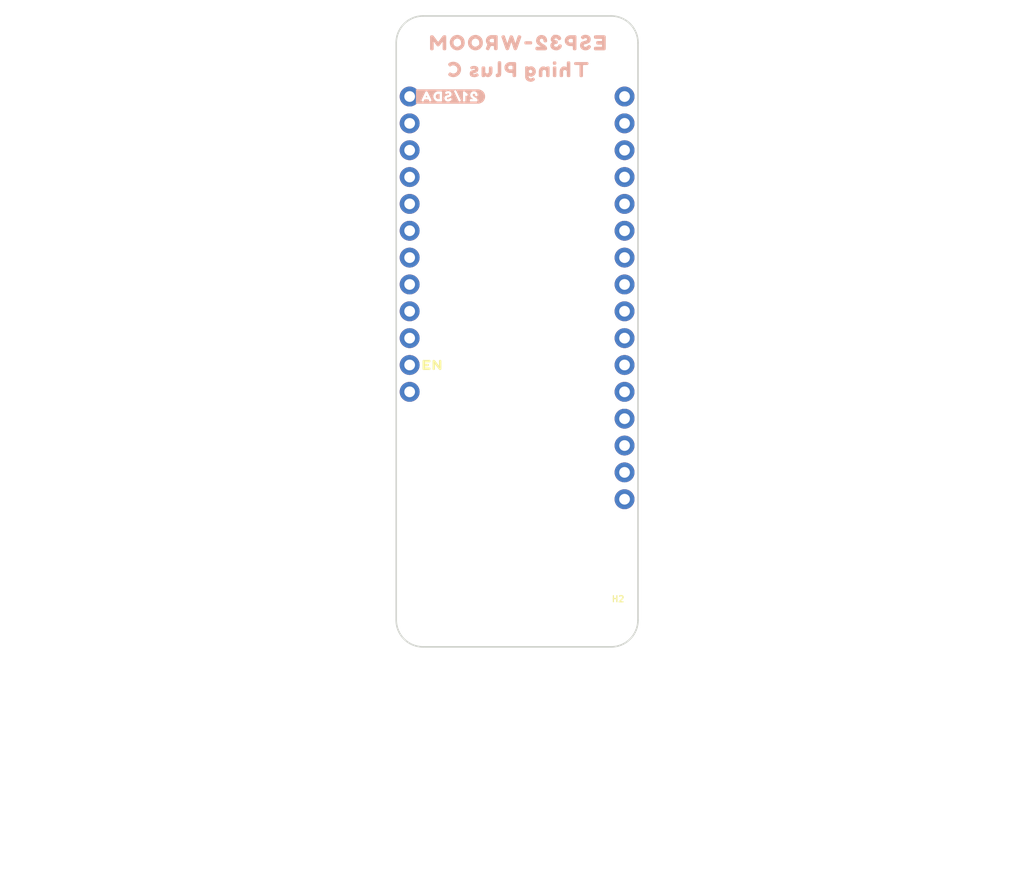
<source format=kicad_pcb>
(kicad_pcb (version 20221018) (generator pcbnew)
  (layers (0 "F.Cu" signal "Top/Horz") (31 "B.Cu" signal "Bottom/Vert") (34 "B.Paste" user) (35 "F.Paste" user) (36 "B.SilkS" user "B.Silkscreen") (37 "F.SilkS" user "F.Silkscreen") (38 "B.Mask" user) (39 "F.Mask" user) (44 "Edge.Cuts" user))
  (net 0 "")
  (net 1 "3.3V")
  (net 2 "GND")
  (net 3 "V_USB")
  (net 4 "V_BATT")
  (net 5 "/~{RESET}")
  (net 6 "/ESP_22/TP_SCL")
  (net 7 "/ESP_21/TP_SDA")
  (net 8 "/ESP_13/GPIO0/LED")
  (net 9 "/TP_EN")
  (net 10 "/ESP_19/TP_POCI")
  (net 11 "/ESP_18/TP_SCK")
  (net 12 "/ESP_23/TP_PICO")
  (net 13 "/ESP_17/TP_TX")
  (net 14 "/ESP_16/TP_RX")
  (net 15 "/ESP_4/TP_FB")
  (net 16 "/ESP_15/GPIO4")
  (net 17 "/ESP_12/GPIO1")
  (net 18 "/ESP_14/GPIO6")
  (net 19 "/ESP_27/GPIO2")
  (net 20 "/ESP_26/TP_A0")
  (net 21 "/ESP_25/TP_A1")
  (net 22 "/ESP_33/GPIO3")
  (net 23 "/ESP_32/GPIO5")
  (net 24 "/ESP_35/TP_A5")
  (net 25 "/ESP_34/TP_A2")
  (net 26 "/ESP_39/TP_A3")
  (net 27 "/ESP_36/TP_A4")
  (net 28 "Net-(J5-Pad26)")
  (footprint "SparkFun_Thing_Plus_ESP32_WROOM_C:CREATIVE_COMMONS" (layer "F.Cu") (at 119.9261 153.8986)
    (fp_text reference "FRAME1" hide)
    (fp_text value "FRAME-LEDGER" hide)
  )
  (footprint "SparkFun_Thing_Plus_ESP32_WROOM_C:STAND-OFF-TIGHT" (layer "F.Cu") (at 157.3911 132.3086)
    (fp_text reference "H2" (at 0 -1.651) (layer "F.SilkS") (effects (font (size 0.57912 0.57912) (thickness 0.115824)) (justify left bottom)))
    (fp_text value "STAND-OFFTIGHT")
    (pad "" np_thru_hole circle (at 0 0) (size 3.048 3.048) (drill 3.048) (layers "*.Cu" "*.Mask"))
  )
  (footprint "SparkFun_Thing_Plus_ESP32_WROOM_C:EN3" (layer "F.Cu") (at 140.5001 108.1786)
    (fp_text reference "U$74" hide)
    (fp_text value "" hide)
    (fp_poly (pts (xy 0.63 -0.46) (xy 0.61 -0.4) (xy 0.61 -0.33) (xy 0.61 0.07) (xy 0.46 -0.14) (xy 0.25 -0.41) (xy 0.21 -0.46) (xy 0.14 -0.48) (xy 0.07 -0.48) (xy 0.02 -0.44) (xy 0.01 -0.37) (xy 0.01 0.37) (xy 0.02 0.43) (xy 0.06 0.47) (xy 0.15 0.47) (xy 0.21 0.45) (xy 0.23 0.4) (xy 0.23 -0.01) (xy 0.24 -0.07) (xy 0.6 0.41) (xy 0.65 0.47) (xy 0.72 0.47) (xy 0.8 0.46) (xy 0.83 0.42) (xy 0.84 0.36) (xy 0.84 -0.32) (xy 0.84 -0.39) (xy 0.82 -0.45) (xy 0.77 -0.48) (xy 0.7 -0.48)) (fill solid) (layer "F.SilkS"))
    (fp_poly (pts (xy -0.71 0.24) (xy -0.71 0.18) (xy -0.7 0.12) (xy -0.5 0.12) (xy -0.42 0.11) (xy -0.37 0.09) (xy -0.34 0.04) (xy -0.34 -0.05) (xy -0.37 -0.1) (xy -0.42 -0.12) (xy -0.7 -0.12) (xy -0.71 -0.17) (xy -0.71 -0.24) (xy -0.65 -0.25) (xy -0.31 -0.25) (xy -0.24 -0.26) (xy -0.2 -0.29) (xy -0.19 -0.38) (xy -0.21 -0.45) (xy -0.26 -0.48) (xy -0.32 -0.48) (xy -0.8 -0.48) (xy -0.88 -0.48) (xy -0.92 -0.45) (xy -0.94 -0.38) (xy -0.94 0.37) (xy -0.93 0.43) (xy -0.89 0.47) (xy -0.81 0.47) (xy -0.33 0.47) (xy -0.26 0.47) (xy -0.21 0.45) (xy -0.19 0.38) (xy -0.2 0.3) (xy -0.23 0.25) (xy -0.3 0.24)) (fill solid) (layer "F.SilkS"))
  )
  (footprint "SparkFun_Thing_Plus_ESP32_WROOM_C:THING_PLUS" (layer "F.Cu") (at 137.0711 134.8486)
    (fp_text reference "J5" hide)
    (fp_text value "THING_PLUS_LOGICAL" hide)
    (pad "1" thru_hole circle (at 1.27 -52.07) (size 1.8796 1.8796) (drill 1.016) (layers "*.Cu" "*.Mask") (net 7 "/ESP_21/TP_SDA"))
    (pad "2" thru_hole circle (at 1.27 -49.53) (size 1.8796 1.8796) (drill 1.016) (layers "*.Cu" "*.Mask") (net 6 "/ESP_22/TP_SCL"))
    (pad "3" thru_hole circle (at 1.27 -46.99) (size 1.8796 1.8796) (drill 1.016) (layers "*.Cu" "*.Mask") (net 18 "/ESP_14/GPIO6"))
    (pad "4" thru_hole circle (at 1.27 -44.45) (size 1.8796 1.8796) (drill 1.016) (layers "*.Cu" "*.Mask") (net 23 "/ESP_32/GPIO5"))
    (pad "5" thru_hole circle (at 1.27 -41.91) (size 1.8796 1.8796) (drill 1.016) (layers "*.Cu" "*.Mask") (net 16 "/ESP_15/GPIO4"))
    (pad "6" thru_hole circle (at 1.27 -39.37) (size 1.8796 1.8796) (drill 1.016) (layers "*.Cu" "*.Mask") (net 22 "/ESP_33/GPIO3"))
    (pad "7" thru_hole circle (at 1.27 -36.83) (size 1.8796 1.8796) (drill 1.016) (layers "*.Cu" "*.Mask") (net 19 "/ESP_27/GPIO2"))
    (pad "8" thru_hole circle (at 1.27 -34.29) (size 1.8796 1.8796) (drill 1.016) (layers "*.Cu" "*.Mask") (net 17 "/ESP_12/GPIO1"))
    (pad "9" thru_hole circle (at 1.27 -31.75) (size 1.8796 1.8796) (drill 1.016) (layers "*.Cu" "*.Mask") (net 8 "/ESP_13/GPIO0/LED"))
    (pad "10" thru_hole circle (at 1.27 -29.21) (size 1.8796 1.8796) (drill 1.016) (layers "*.Cu" "*.Mask") (net 3 "V_USB"))
    (pad "11" thru_hole circle (at 1.27 -26.67) (size 1.8796 1.8796) (drill 1.016) (layers "*.Cu" "*.Mask") (net 9 "/TP_EN"))
    (pad "12" thru_hole circle (at 1.27 -24.13) (size 1.8796 1.8796) (drill 1.016) (layers "*.Cu" "*.Mask") (net 4 "V_BATT"))
    (pad "13" thru_hole circle (at 21.59 -52.07) (size 1.8796 1.8796) (drill 1.016) (layers "*.Cu" "*.Mask") (net 15 "/ESP_4/TP_FB"))
    (pad "14" thru_hole circle (at 21.59 -49.53) (size 1.8796 1.8796) (drill 1.016) (layers "*.Cu" "*.Mask") (net 13 "/ESP_17/TP_TX"))
    (pad "15" thru_hole circle (at 21.59 -46.99) (size 1.8796 1.8796) (drill 1.016) (layers "*.Cu" "*.Mask") (net 14 "/ESP_16/TP_RX"))
    (pad "16" thru_hole circle (at 21.59 -44.45) (size 1.8796 1.8796) (drill 1.016) (layers "*.Cu" "*.Mask") (net 10 "/ESP_19/TP_POCI"))
    (pad "17" thru_hole circle (at 21.59 -41.91) (size 1.8796 1.8796) (drill 1.016) (layers "*.Cu" "*.Mask") (net 12 "/ESP_23/TP_PICO"))
    (pad "18" thru_hole circle (at 21.59 -39.37) (size 1.8796 1.8796) (drill 1.016) (layers "*.Cu" "*.Mask") (net 11 "/ESP_18/TP_SCK"))
    (pad "19" thru_hole circle (at 21.59 -36.83) (size 1.8796 1.8796) (drill 1.016) (layers "*.Cu" "*.Mask") (net 24 "/ESP_35/TP_A5"))
    (pad "20" thru_hole circle (at 21.59 -34.29) (size 1.8796 1.8796) (drill 1.016) (layers "*.Cu" "*.Mask") (net 27 "/ESP_36/TP_A4"))
    (pad "21" thru_hole circle (at 21.59 -31.75) (size 1.8796 1.8796) (drill 1.016) (layers "*.Cu" "*.Mask") (net 26 "/ESP_39/TP_A3"))
    (pad "22" thru_hole circle (at 21.59 -29.21) (size 1.8796 1.8796) (drill 1.016) (layers "*.Cu" "*.Mask") (net 25 "/ESP_34/TP_A2"))
    (pad "23" thru_hole circle (at 21.59 -26.67) (size 1.8796 1.8796) (drill 1.016) (layers "*.Cu" "*.Mask") (net 21 "/ESP_25/TP_A1"))
    (pad "24" thru_hole circle (at 21.59 -24.13) (size 1.8796 1.8796) (drill 1.016) (layers "*.Cu" "*.Mask") (net 20 "/ESP_26/TP_A0"))
    (pad "25" thru_hole circle (at 21.59 -21.59) (size 1.8796 1.8796) (drill 1.016) (layers "*.Cu" "*.Mask") (net 2 "GND"))
    (pad "26" thru_hole circle (at 21.59 -19.05) (size 1.8796 1.8796) (drill 1.016) (layers "*.Cu" "*.Mask") (net 28 "Net-(J5-Pad26)"))
    (pad "27" thru_hole circle (at 21.59 -16.51) (size 1.8796 1.8796) (drill 1.016) (layers "*.Cu" "*.Mask") (net 1 "3.3V"))
    (pad "28" thru_hole circle (at 21.59 -13.97) (size 1.8796 1.8796) (drill 1.016) (layers "*.Cu" "*.Mask") (net 5 "/~{RESET}"))
  )
  (footprint "SparkFun_Thing_Plus_ESP32_WROOM_C:#21#SDA#1" (layer "B.Cu") (at 138.5951 82.7786 180)
    (fp_text reference "U$100" hide)
    (fp_text value "" hide)
    (fp_poly (pts (xy -6.25 0.68) (xy -6.32 0.67) (xy -6.39 0.65) (xy -6.45 0.63) (xy -6.51 0.6) (xy -6.57 0.57) (xy -6.62 0.53) (xy -6.68 0.49) (xy -6.72 0.44) (xy -6.76 0.38) (xy -6.8 0.33) (xy -6.83 0.26) (xy -6.85 0.2) (xy -6.87 0.14) (xy -6.88 0.07) (xy -6.88 0) (xy -6.88 -0.07) (xy -6.87 -0.13) (xy -6.85 -0.2) (xy -6.83 -0.26) (xy -6.8 -0.32) (xy -6.76 -0.38) (xy -6.72 -0.44) (xy -6.68 -0.49) (xy -6.63 -0.53) (xy -6.57 -0.57) (xy -6.51 -0.6) (xy -6.45 -0.63) (xy -6.39 -0.65) (xy -6.32 -0.67) (xy -6.25 -0.68) (xy -6.19 -0.68) (xy -6.12 -0.45) (xy -6.16 -0.4) (xy -6.17 -0.34) (xy -6.15 -0.27) (xy -6.11 -0.22) (xy -6.06 -0.17) (xy -6.01 -0.13) (xy -5.89 -0.06) (xy -5.83 -0.03) (xy -5.78 0.02) (xy -5.73 0.07) (xy -5.71 0.13) (xy -5.71 0.19) (xy -5.75 0.24) (xy -5.82 0.26) (xy -5.88 0.25) (xy -5.93 0.2) (xy -5.95 0.07) (xy -5.99 0.03) (xy -6.08 0.03) (xy -6.15 0.05) (xy -6.17 0.09) (xy -6.17 0.17) (xy -6.16 0.23) (xy -6.14 0.3) (xy -6.1 0.35) (xy -6.06 0.41) (xy -6 0.45) (xy -5.95 0.47) (xy -5.88 0.49) (xy -5.81 0.49) (xy -5.74 0.49) (xy -5.67 0.46) (xy -5.62 0.43) (xy -5.57 0.39) (xy -5.53 0.33) (xy -5.5 0.27) (xy -5.48 0.21) (xy -5.47 0.14) (xy -5.24 0.18) (xy -5.22 0.23) (xy -5.02 0.42) (xy -4.92 0.48) (xy -4.85 0.48) (xy -4.8 0.45) (xy -4.79 0.39) (xy -4.79 -0.36) (xy -4.58 -0.35) (xy -4.55 -0.28) (xy -4.17 0.51) (xy -4.14 0.58) (xy -4.09 0.61) (xy -4.03 0.6) (xy -3.96 0.56) (xy -3.94 0.51) (xy -3.97 0.45) (xy -3.69 0.33) (xy -3.66 0.39) (xy -3.61 0.44) (xy -3.56 0.47) (xy -3.5 0.5) (xy -3.43 0.51) (xy -3.36 0.51) (xy -3.29 0.5) (xy -3.22 0.48) (xy -3.16 0.45) (xy -3.11 0.4) (xy -3.09 0.35) (xy -3.12 0.29) (xy -3.17 0.23) (xy -3.23 0.23) (xy -3.29 0.26) (xy -3.34 0.29) (xy -3.42 0.29) (xy -3.47 0.26) (xy -3.48 0.2) (xy -3.43 0.15) (xy -3.36 0.13) (xy -3.3 0.12) (xy -3.23 0.1) (xy -3.17 0.07) (xy -3.11 0.04) (xy -3.07 -0.01) (xy -3.05 -0.07) (xy -3.03 -0.14) (xy -3.04 -0.21) (xy -2.58 -0.22) (xy -2.58 0.18) (xy -2.58 0.25) (xy -2.44 0.25) (xy -2.38 0.24) (xy -2.32 0.21) (xy -2.27 0.16) (xy -2.23 0.1) (xy -2.22 0.04) (xy -2.22 -0.03) (xy -2.23 -0.1) (xy -2.27 -0.15) (xy -2.32 -0.2) (xy -2.4 -0.24) (xy -2.32 -0.45) (xy -2.38 -0.47) (xy -2.45 -0.47) (xy -2.66 -0.47) (xy -2.73 -0.47) (xy -2.79 -0.45) (xy -2.81 -0.4) (xy -2.81 -0.32) (xy -2.81 0.42) (xy -2.78 0.47) (xy -2.7 0.48) (xy -2.66 0.48) (xy -2.46 0.48) (xy -2.39 0.48) (xy -2.32 0.46) (xy -2.26 0.44) (xy -2.2 0.41) (xy -2.15 0.37) (xy -2.1 0.32) (xy -2.06 0.26) (xy -2.03 0.2) (xy -2 0.14) (xy -1.99 0.08) (xy -1.98 0.01) (xy -1.99 -0.06) (xy -1.42 -0.07) (xy -1.37 0.05) (xy -1.33 0.09) (xy -1.27 -0.04) (xy -1.29 -0.07) (xy -1.42 -0.07) (xy -1.5 -0.26) (xy -1.54 -0.3) (xy -1.6 -0.43) (xy -1.65 -0.47) (xy -1.71 -0.46) (xy -1.78 -0.42) (xy -1.81 -0.38) (xy -1.8 -0.32) (xy -1.77 -0.25) (xy -1.45 0.42) (xy -1.41 0.47) (xy -1.34 0.49) (xy -1.28 0.48) (xy -1.23 0.43) (xy -0.88 -0.31) (xy -0.86 -0.37) (xy -0.89 -0.42) (xy -0.96 -0.46) (xy -1.02 -0.47) (xy -1.07 -0.44) (xy -1.13 -0.31) (xy -1.16 -0.26) (xy -1.5 -0.26) (xy -1.42 -0.07) (xy -1.99 -0.06) (xy -2 -0.13) (xy -2.03 -0.19) (xy -2.06 -0.25) (xy -2.1 -0.3) (xy -2.15 -0.35) (xy -2.2 -0.4) (xy -2.26 -0.43) (xy -2.32 -0.45) (xy -2.4 -0.24) (xy -2.54 -0.24) (xy -2.58 -0.22) (xy -3.04 -0.22) (xy -3.06 -0.28) (xy -3.09 -0.34) (xy -3.13 -0.39) (xy -3.19 -0.43) (xy -3.25 -0.45) (xy -3.31 -0.47) (xy -3.38 -0.47) (xy -3.45 -0.47) (xy -3.52 -0.45) (xy -3.58 -0.42) (xy -3.64 -0.38) (xy -3.68 -0.34) (xy -3.71 -0.3) (xy -3.72 -0.24) (xy -3.69 -0.18) (xy -3.63 -0.14) (xy -3.58 -0.14) (xy -3.52 -0.18) (xy -3.46 -0.23) (xy -3.4 -0.26) (xy -3.32 -0.25) (xy -3.28 -0.21) (xy -3.27 -0.15) (xy -3.31 -0.1) (xy -3.38 -0.08) (xy -3.44 -0.07) (xy -3.51 -0.05) (xy -3.57 -0.02) (xy -3.62 0.01) (xy -3.67 0.07) (xy -3.7 0.13) (xy -3.71 0.19) (xy -3.71 0.26) (xy -3.69 0.33) (xy -3.97 0.44) (xy -4.37 -0.41) (xy -4.4 -0.45) (xy -4.46 -0.47) (xy -4.53 -0.45) (xy -4.58 -0.41) (xy -4.58 -0.35) (xy -4.79 -0.37) (xy -4.79 -0.43) (xy -4.83 -0.47) (xy -4.92 -0.47) (xy -4.99 -0.46) (xy -5.02 -0.41) (xy -5.02 -0.34) (xy -5.02 0.07) (xy -5.05 0.08) (xy -5.11 0.05) (xy -5.16 0.06) (xy -5.22 0.12) (xy -5.24 0.17) (xy -5.47 0.14) (xy -5.48 0.07) (xy -5.5 0.01) (xy -5.53 -0.05) (xy -5.58 -0.1) (xy -5.63 -0.15) (xy -5.69 -0.19) (xy -5.74 -0.22) (xy -5.77 -0.24) (xy -5.57 -0.24) (xy -5.52 -0.24) (xy -5.46 -0.26) (xy -5.43 -0.32) (xy -5.43 -0.39) (xy -5.45 -0.45) (xy -5.51 -0.47) (xy -5.58 -0.47) (xy -6.06 -0.47) (xy -6.12 -0.46) (xy -6.18 -0.68) (xy -0.36 -0.68) (xy -0.34 -0.63) (xy -0.34 0.65) (xy -0.38 0.68) (xy -6.2 0.68)) (fill solid) (layer "B.SilkS"))
  )
  (footprint "SparkFun_Thing_Plus_ESP32_WROOM_C:ESP32#WROOM0" (layer "B.Cu") (at 148.5011 77.6986 180)
    (fp_text reference "U$6" hide)
    (fp_text value "" hide)
    (fp_poly (pts (xy -0.83 -0.15) (xy -0.73 -0.14) (xy -0.69 -0.06) (xy -0.69 0.05) (xy -0.72 0.13) (xy -0.83 0.15) (xy -1.23 0.15) (xy -1.34 0.15) (xy -1.41 0.1) (xy -1.43 0) (xy -1.41 -0.1) (xy -1.34 -0.15) (xy -1.23 -0.15)) (fill solid) (layer "B.SilkS"))
    (fp_poly (pts (xy -8.03 -0.37) (xy -8.03 -0.26) (xy -8.02 -0.17) (xy -7.72 -0.17) (xy -7.61 -0.17) (xy -7.52 -0.14) (xy -7.48 -0.06) (xy -7.48 0.07) (xy -7.52 0.15) (xy -7.61 0.17) (xy -8.02 0.17) (xy -8.03 0.26) (xy -8.03 0.36) (xy -7.94 0.38) (xy -7.43 0.38) (xy -7.33 0.39) (xy -7.28 0.44) (xy -7.26 0.56) (xy -7.28 0.67) (xy -7.36 0.71) (xy -7.46 0.72) (xy -8.17 0.72) (xy -8.28 0.71) (xy -8.35 0.67) (xy -8.38 0.58) (xy -8.38 -0.55) (xy -8.36 -0.65) (xy -8.3 -0.7) (xy -8.18 -0.71) (xy -7.47 -0.71) (xy -7.36 -0.71) (xy -7.29 -0.67) (xy -7.26 -0.57) (xy -7.27 -0.45) (xy -7.32 -0.38) (xy -7.42 -0.37)) (fill solid) (layer "B.SilkS"))
    (fp_poly (pts (xy 8.21 0.66) (xy 8.15 0.71) (xy 8.02 0.72) (xy 7.93 0.69) (xy 7.85 0.59) (xy 7.74 0.45) (xy 7.52 0.15) (xy 7.44 0.11) (xy 7.08 0.6) (xy 7.01 0.68) (xy 6.92 0.72) (xy 6.8 0.72) (xy 6.72 0.68) (xy 6.7 0.58) (xy 6.7 -0.54) (xy 6.71 -0.64) (xy 6.77 -0.7) (xy 6.89 -0.71) (xy 6.99 -0.68) (xy 7.04 -0.61) (xy 7.04 0.1) (xy 7.06 0.09) (xy 7.33 -0.27) (xy 7.4 -0.33) (xy 7.51 -0.34) (xy 7.59 -0.29) (xy 7.64 -0.22) (xy 7.89 0.12) (xy 7.89 -0.49) (xy 7.89 -0.6) (xy 7.93 -0.68) (xy 8.02 -0.71) (xy 8.13 -0.71) (xy 8.21 -0.66) (xy 8.23 -0.56) (xy 8.23 0.57)) (fill solid) (layer "B.SilkS"))
    (fp_poly (pts (xy 1.36 0.71) (xy 1.26 0.73) (xy 1.17 0.68) (xy 0.94 0.01) (xy 0.91 -0.01) (xy 0.71 0.57) (xy 0.68 0.66) (xy 0.59 0.72) (xy 0.49 0.71) (xy 0.41 0.65) (xy 0.36 0.56) (xy 0.17 -0.02) (xy 0.14 0.01) (xy -0.05 0.6) (xy -0.1 0.69) (xy -0.18 0.73) (xy -0.28 0.7) (xy -0.38 0.64) (xy -0.4 0.57) (xy -0.37 0.47) (xy 0 -0.59) (xy 0.06 -0.67) (xy 0.15 -0.71) (xy 0.24 -0.69) (xy 0.32 -0.61) (xy 0.34 -0.54) (xy 0.43 -0.26) (xy 0.48 -0.11) (xy 0.55 0.06) (xy 0.74 -0.52) (xy 0.77 -0.62) (xy 0.85 -0.69) (xy 0.95 -0.71) (xy 1.04 -0.66) (xy 1.09 -0.58) (xy 1.46 0.48) (xy 1.49 0.58) (xy 1.46 0.65)) (fill solid) (layer "B.SilkS"))
    (fp_poly (pts (xy -4.52 0.35) (xy -4.57 0.44) (xy -4.62 0.53) (xy -4.7 0.6) (xy -4.79 0.66) (xy -4.88 0.7) (xy -4.97 0.72) (xy -5.07 0.72) (xy -5.37 0.72) (xy -5.49 0.72) (xy -5.58 0.69) (xy -5.61 0.61) (xy -5.61 -0.51) (xy -5.61 -0.61) (xy -5.57 -0.68) (xy -5.47 -0.71) (xy -5.35 -0.7) (xy -5.28 -0.65) (xy -5.27 -0.55) (xy -5.27 -0.35) (xy -5.2 -0.31) (xy -5 -0.31) (xy -4.9 -0.3) (xy -4.81 -0.27) (xy -4.96 0.03) (xy -5.27 0.03) (xy -5.27 0.33) (xy -5.21 0.38) (xy -5.01 0.38) (xy -4.92 0.34) (xy -4.86 0.26) (xy -4.86 0.15) (xy -4.91 0.07) (xy -4.96 0.03) (xy -4.81 -0.27) (xy -4.72 -0.21) (xy -4.64 -0.15) (xy -4.58 -0.07) (xy -4.53 0.02) (xy -4.51 0.12) (xy -4.51 0.22) (xy -4.51 0.33)) (fill solid) (layer "B.SilkS"))
    (fp_poly (pts (xy 2.91 -0.4) (xy 2.86 -0.29) (xy 2.83 -0.21) (xy 2.82 -0.14) (xy 2.88 -0.06) (xy 2.92 0.03) (xy 2.95 0.13) (xy 2.95 0.24) (xy 2.94 0.34) (xy 2.9 0.43) (xy 2.85 0.52) (xy 2.78 0.59) (xy 2.55 0.34) (xy 2.6 0.26) (xy 2.6 0.15) (xy 2.54 0.07) (xy 2.45 0.04) (xy 2.24 0.04) (xy 2.19 0.04) (xy 2.19 0.35) (xy 2.25 0.39) (xy 2.35 0.39) (xy 2.46 0.38) (xy 2.55 0.34) (xy 2.78 0.59) (xy 2.69 0.66) (xy 2.6 0.7) (xy 2.5 0.73) (xy 2.41 0.73) (xy 1.99 0.73) (xy 1.88 0.71) (xy 1.84 0.63) (xy 1.84 0.53) (xy 1.84 -0.49) (xy 1.85 -0.6) (xy 1.88 -0.67) (xy 1.99 -0.7) (xy 2.11 -0.69) (xy 2.17 -0.64) (xy 2.19 -0.54) (xy 2.19 -0.33) (xy 2.26 -0.3) (xy 2.47 -0.3) (xy 2.54 -0.42) (xy 2.65 -0.66) (xy 2.72 -0.71) (xy 2.82 -0.69) (xy 2.93 -0.63) (xy 2.96 -0.56) (xy 2.93 -0.46)) (fill solid) (layer "B.SilkS"))
    (fp_poly (pts (xy -1.91 -0.37) (xy -2.21 -0.37) (xy -2.23 -0.34) (xy -2.15 -0.31) (xy -2.07 -0.25) (xy -1.98 -0.18) (xy -1.9 -0.11) (xy -1.85 -0.02) (xy -1.81 0.07) (xy -1.79 0.17) (xy -1.8 0.27) (xy -1.82 0.37) (xy -1.85 0.46) (xy -1.91 0.55) (xy -1.98 0.62) (xy -2.06 0.68) (xy -2.15 0.72) (xy -2.25 0.74) (xy -2.36 0.74) (xy -2.46 0.72) (xy -2.55 0.69) (xy -2.63 0.64) (xy -2.71 0.57) (xy -2.77 0.48) (xy -2.81 0.39) (xy -2.83 0.3) (xy -2.84 0.19) (xy -2.83 0.1) (xy -2.76 0.05) (xy -2.63 0.04) (xy -2.54 0.07) (xy -2.5 0.15) (xy -2.49 0.25) (xy -2.45 0.34) (xy -2.37 0.39) (xy -2.26 0.39) (xy -2.18 0.34) (xy -2.14 0.24) (xy -2.16 0.15) (xy -2.22 0.07) (xy -2.29 0) (xy -2.37 -0.06) (xy -2.63 -0.22) (xy -2.71 -0.28) (xy -2.78 -0.36) (xy -2.82 -0.45) (xy -2.84 -0.54) (xy -2.81 -0.64) (xy -2.73 -0.7) (xy -2.63 -0.71) (xy -1.92 -0.71) (xy -1.82 -0.7) (xy -1.75 -0.65) (xy -1.73 -0.55) (xy -1.74 -0.45) (xy -1.8 -0.38)) (fill solid) (layer "B.SilkS"))
    (fp_poly (pts (xy -6.93 -0.49) (xy -6.87 -0.55) (xy -6.79 -0.62) (xy -6.7 -0.67) (xy -6.6 -0.7) (xy -6.5 -0.71) (xy -6.4 -0.71) (xy -6.3 -0.69) (xy -6.21 -0.65) (xy -6.12 -0.6) (xy -6.05 -0.53) (xy -5.99 -0.45) (xy -5.96 -0.35) (xy -5.95 -0.25) (xy -5.96 -0.14) (xy -5.99 -0.05) (xy -6.04 0.04) (xy -6.12 0.1) (xy -6.21 0.13) (xy -6.31 0.16) (xy -6.51 0.22) (xy -6.59 0.26) (xy -6.62 0.36) (xy -6.56 0.43) (xy -6.45 0.45) (xy -6.36 0.41) (xy -6.27 0.35) (xy -6.19 0.34) (xy -6.11 0.39) (xy -6.04 0.49) (xy -6.04 0.57) (xy -6.11 0.65) (xy -6.18 0.7) (xy -6.29 0.74) (xy -6.39 0.76) (xy -6.49 0.76) (xy -6.6 0.75) (xy -6.7 0.72) (xy -6.79 0.68) (xy -6.86 0.61) (xy -6.92 0.53) (xy -6.95 0.44) (xy -6.96 0.34) (xy -6.95 0.23) (xy -6.92 0.14) (xy -6.87 0.05) (xy -6.79 -0.01) (xy -6.7 -0.05) (xy -6.61 -0.09) (xy -6.51 -0.12) (xy -6.41 -0.13) (xy -6.32 -0.18) (xy -6.3 -0.27) (xy -6.34 -0.35) (xy -6.43 -0.38) (xy -6.54 -0.37) (xy -6.63 -0.31) (xy -6.72 -0.24) (xy -6.79 -0.2) (xy -6.89 -0.23) (xy -6.97 -0.32) (xy -6.98 -0.4)) (fill solid) (layer "B.SilkS"))
    (fp_poly (pts (xy -3.45 0.76) (xy -3.65 0.76) (xy -3.76 0.76) (xy -3.85 0.74) (xy -3.95 0.7) (xy -4.03 0.65) (xy -4.11 0.57) (xy -4.16 0.47) (xy -4.17 0.39) (xy -4.13 0.31) (xy -4.03 0.25) (xy -3.94 0.24) (xy -3.87 0.29) (xy -3.81 0.38) (xy -3.72 0.42) (xy -3.61 0.42) (xy -3.53 0.36) (xy -3.53 0.28) (xy -3.62 0.24) (xy -3.74 0.23) (xy -3.81 0.2) (xy -3.84 0.1) (xy -3.83 -0.03) (xy -3.78 -0.09) (xy -3.69 -0.11) (xy -3.58 -0.12) (xy -3.51 -0.19) (xy -3.5 -0.28) (xy -3.56 -0.35) (xy -3.66 -0.37) (xy -3.77 -0.37) (xy -3.86 -0.31) (xy -3.9 -0.22) (xy -3.96 -0.16) (xy -4.08 -0.15) (xy -4.19 -0.18) (xy -4.23 -0.25) (xy -4.22 -0.34) (xy -4.19 -0.44) (xy -4.13 -0.53) (xy -4.06 -0.59) (xy -3.98 -0.65) (xy -3.89 -0.68) (xy -3.79 -0.71) (xy -3.68 -0.71) (xy -3.57 -0.7) (xy -3.48 -0.68) (xy -3.39 -0.64) (xy -3.31 -0.58) (xy -3.23 -0.51) (xy -3.18 -0.43) (xy -3.15 -0.33) (xy -3.14 -0.23) (xy -3.16 -0.13) (xy -3.21 -0.04) (xy -3.29 0.03) (xy -3.29 0.09) (xy -3.22 0.16) (xy -3.18 0.25) (xy -3.18 0.35) (xy -3.2 0.45) (xy -3.24 0.54) (xy -3.31 0.62)) (fill solid) (layer "B.SilkS"))
    (fp_poly (pts (xy 3.87 0.75) (xy 3.77 0.73) (xy 3.68 0.7) (xy 3.59 0.66) (xy 3.5 0.6) (xy 3.43 0.53) (xy 3.37 0.46) (xy 3.31 0.37) (xy 3.28 0.27) (xy 3.25 0.17) (xy 3.24 0.07) (xy 3.24 -0.03) (xy 3.25 -0.13) (xy 3.27 -0.23) (xy 3.31 -0.32) (xy 3.58 -0.15) (xy 3.58 0.05) (xy 3.6 0.16) (xy 3.64 0.24) (xy 3.71 0.32) (xy 3.8 0.37) (xy 3.89 0.4) (xy 3.99 0.4) (xy 4.09 0.37) (xy 4.17 0.32) (xy 4.24 0.24) (xy 4.28 0.16) (xy 4.3 0.05) (xy 4.3 -0.06) (xy 4.27 -0.16) (xy 4.22 -0.24) (xy 4.14 -0.3) (xy 4.05 -0.35) (xy 3.95 -0.37) (xy 3.86 -0.35) (xy 3.76 -0.31) (xy 3.68 -0.25) (xy 3.61 -0.18) (xy 3.58 -0.15) (xy 3.31 -0.32) (xy 3.37 -0.4) (xy 3.43 -0.49) (xy 3.51 -0.56) (xy 3.59 -0.62) (xy 3.68 -0.66) (xy 3.77 -0.69) (xy 3.87 -0.71) (xy 3.98 -0.71) (xy 4.08 -0.7) (xy 4.18 -0.67) (xy 4.27 -0.63) (xy 4.35 -0.58) (xy 4.43 -0.51) (xy 4.5 -0.43) (xy 4.55 -0.35) (xy 4.6 -0.26) (xy 4.63 -0.16) (xy 4.64 -0.06) (xy 4.65 0.04) (xy 4.64 0.15) (xy 4.62 0.24) (xy 4.58 0.34) (xy 4.54 0.42) (xy 4.47 0.5) (xy 4.4 0.58) (xy 4.32 0.64) (xy 4.23 0.69) (xy 4.14 0.72) (xy 4.04 0.74) (xy 3.94 0.75)) (fill solid) (layer "B.SilkS"))
    (fp_poly (pts (xy 5.59 0.75) (xy 5.49 0.73) (xy 5.39 0.7) (xy 5.3 0.66) (xy 5.22 0.6) (xy 5.14 0.53) (xy 5.08 0.46) (xy 5.03 0.37) (xy 4.99 0.27) (xy 4.97 0.17) (xy 4.96 0.07) (xy 4.95 -0.03) (xy 4.97 -0.13) (xy 4.99 -0.23) (xy 5.03 -0.32) (xy 5.3 -0.15) (xy 5.3 0.05) (xy 5.32 0.16) (xy 5.36 0.24) (xy 5.43 0.32) (xy 5.52 0.37) (xy 5.61 0.4) (xy 5.71 0.4) (xy 5.8 0.37) (xy 5.89 0.32) (xy 5.96 0.24) (xy 6 0.16) (xy 6.02 0.05) (xy 6.01 -0.06) (xy 5.99 -0.16) (xy 5.94 -0.24) (xy 5.86 -0.3) (xy 5.77 -0.35) (xy 5.67 -0.37) (xy 5.57 -0.35) (xy 5.48 -0.31) (xy 5.4 -0.25) (xy 5.33 -0.18) (xy 5.3 -0.15) (xy 5.03 -0.32) (xy 5.08 -0.4) (xy 5.15 -0.49) (xy 5.23 -0.56) (xy 5.31 -0.62) (xy 5.4 -0.66) (xy 5.49 -0.69) (xy 5.59 -0.71) (xy 5.7 -0.71) (xy 5.8 -0.7) (xy 5.89 -0.67) (xy 5.98 -0.63) (xy 6.07 -0.58) (xy 6.14 -0.51) (xy 6.21 -0.43) (xy 6.27 -0.35) (xy 6.31 -0.26) (xy 6.34 -0.16) (xy 6.36 -0.06) (xy 6.37 0.04) (xy 6.36 0.15) (xy 6.34 0.24) (xy 6.3 0.34) (xy 6.25 0.42) (xy 6.19 0.5) (xy 6.12 0.58) (xy 6.03 0.64) (xy 5.95 0.69) (xy 5.85 0.72) (xy 5.76 0.74) (xy 5.65 0.75)) (fill solid) (layer "B.SilkS"))
  )
  (footprint "SparkFun_Thing_Plus_ESP32_WROOM_C:THING_PLUS_C0" (layer "B.Cu") (at 148.5011 80.2386 180)
    (fp_text reference "U$7" hide)
    (fp_text value "" hide)
    (fp_poly (pts (xy -3.41 0.48) (xy -3.38 0.57) (xy -3.38 0.68) (xy -3.41 0.76) (xy -3.5 0.79) (xy -3.64 0.78) (xy -3.7 0.73) (xy -3.71 0.64) (xy -3.71 0.54) (xy -3.64 0.47) (xy -3.54 0.46) (xy -3.44 0.47)) (fill solid) (layer "B.SilkS"))
    (fp_poly (pts (xy -3.71 0.07) (xy -3.71 -0.55) (xy -3.7 -0.64) (xy -3.64 -0.7) (xy -3.51 -0.71) (xy -3.41 -0.68) (xy -3.38 -0.61) (xy -3.38 0.11) (xy -3.38 0.22) (xy -3.42 0.29) (xy -3.53 0.31) (xy -3.65 0.3) (xy -3.71 0.24) (xy -3.71 0.14)) (fill solid) (layer "B.SilkS"))
    (fp_poly (pts (xy 1.5 0.63) (xy 1.5 -0.28) (xy 1.5 -0.4) (xy 1.52 -0.51) (xy 1.54 -0.58) (xy 1.59 -0.65) (xy 1.69 -0.69) (xy 1.82 -0.71) (xy 1.93 -0.71) (xy 1.99 -0.68) (xy 2.02 -0.6) (xy 2.02 -0.47) (xy 1.98 -0.4) (xy 1.88 -0.38) (xy 1.84 -0.32) (xy 1.83 -0.21) (xy 1.83 0.7) (xy 1.79 0.78) (xy 1.68 0.81) (xy 1.56 0.79) (xy 1.51 0.73)) (fill solid) (layer "B.SilkS"))
    (fp_poly (pts (xy -6.61 0.72) (xy -6.71 0.7) (xy -6.75 0.62) (xy -6.74 0.51) (xy -6.68 0.45) (xy -6.58 0.44) (xy -6.27 0.44) (xy -6.23 0.37) (xy -6.23 -0.55) (xy -6.22 -0.65) (xy -6.15 -0.71) (xy -6.04 -0.71) (xy -5.94 -0.69) (xy -5.9 -0.6) (xy -5.9 -0.49) (xy -5.9 0.43) (xy -5.81 0.44) (xy -5.6 0.44) (xy -5.49 0.44) (xy -5.41 0.47) (xy -5.39 0.57) (xy -5.4 0.67) (xy -5.48 0.72) (xy -5.59 0.72)) (fill solid) (layer "B.SilkS"))
    (fp_poly (pts (xy -4.47 0.31) (xy -4.56 0.3) (xy -4.65 0.25) (xy -4.7 0.23) (xy -4.7 0.64) (xy -4.71 0.73) (xy -4.78 0.78) (xy -4.91 0.79) (xy -5 0.76) (xy -5.03 0.68) (xy -5.03 -0.56) (xy -5.02 -0.65) (xy -4.96 -0.7) (xy -4.82 -0.71) (xy -4.73 -0.68) (xy -4.7 -0.6) (xy -4.7 -0.19) (xy -4.67 -0.1) (xy -4.58 -0.04) (xy -4.48 -0.03) (xy -4.39 -0.08) (xy -4.35 -0.17) (xy -4.35 -0.59) (xy -4.32 -0.67) (xy -4.24 -0.71) (xy -4.11 -0.7) (xy -4.04 -0.66) (xy -4.02 -0.57) (xy -4.02 -0.26) (xy -4.02 -0.15) (xy -4.04 -0.04) (xy -4.07 0.05) (xy -4.12 0.13) (xy -4.19 0.21) (xy -4.27 0.27) (xy -4.36 0.3)) (fill solid) (layer "B.SilkS"))
    (fp_poly (pts (xy -2.5 0.31) (xy -2.61 0.3) (xy -2.69 0.24) (xy -2.74 0.23) (xy -2.79 0.3) (xy -2.9 0.31) (xy -3.02 0.3) (xy -3.07 0.23) (xy -3.07 0.13) (xy -3.07 -0.58) (xy -3.05 -0.67) (xy -2.96 -0.71) (xy -2.83 -0.7) (xy -2.76 -0.66) (xy -2.74 -0.57) (xy -2.74 -0.26) (xy -2.73 -0.16) (xy -2.69 -0.07) (xy -2.6 -0.02) (xy -2.49 -0.03) (xy -2.42 -0.09) (xy -2.39 -0.19) (xy -2.39 -0.5) (xy -2.39 -0.6) (xy -2.36 -0.68) (xy -2.26 -0.71) (xy -2.13 -0.7) (xy -2.06 -0.65) (xy -2.05 -0.56) (xy -2.05 -0.25) (xy -2.05 -0.14) (xy -2.07 -0.04) (xy -2.1 0.05) (xy -2.15 0.14) (xy -2.23 0.21) (xy -2.31 0.27) (xy -2.4 0.3)) (fill solid) (layer "B.SilkS"))
    (fp_poly (pts (xy 2.79 -0.71) (xy 2.88 -0.69) (xy 2.97 -0.63) (xy 3.02 -0.62) (xy 3.06 -0.69) (xy 3.16 -0.71) (xy 3.29 -0.7) (xy 3.34 -0.64) (xy 3.36 -0.54) (xy 3.36 0.18) (xy 3.33 0.27) (xy 3.26 0.31) (xy 3.13 0.31) (xy 3.04 0.28) (xy 3.01 0.19) (xy 3.01 -0.12) (xy 3.01 -0.23) (xy 2.97 -0.31) (xy 2.89 -0.36) (xy 2.78 -0.36) (xy 2.7 -0.31) (xy 2.67 -0.21) (xy 2.67 0.1) (xy 2.66 0.21) (xy 2.63 0.28) (xy 2.54 0.31) (xy 2.41 0.3) (xy 2.34 0.25) (xy 2.33 0.16) (xy 2.33 -0.15) (xy 2.33 -0.26) (xy 2.35 -0.36) (xy 2.39 -0.45) (xy 2.44 -0.53) (xy 2.51 -0.61) (xy 2.59 -0.67) (xy 2.68 -0.7)) (fill solid) (layer "B.SilkS"))
    (fp_poly (pts (xy 1.18 0.35) (xy 1.13 0.44) (xy 1.08 0.53) (xy 1 0.6) (xy 0.91 0.66) (xy 0.82 0.7) (xy 0.73 0.72) (xy 0.63 0.72) (xy 0.33 0.72) (xy 0.21 0.72) (xy 0.12 0.69) (xy 0.09 0.61) (xy 0.09 -0.51) (xy 0.09 -0.61) (xy 0.13 -0.68) (xy 0.23 -0.71) (xy 0.35 -0.7) (xy 0.42 -0.65) (xy 0.43 -0.55) (xy 0.43 -0.35) (xy 0.5 -0.31) (xy 0.7 -0.31) (xy 0.8 -0.3) (xy 0.89 -0.27) (xy 0.74 0.03) (xy 0.43 0.03) (xy 0.43 0.33) (xy 0.49 0.38) (xy 0.69 0.38) (xy 0.78 0.34) (xy 0.84 0.26) (xy 0.84 0.15) (xy 0.79 0.07) (xy 0.74 0.03) (xy 0.89 -0.27) (xy 0.98 -0.21) (xy 1.06 -0.15) (xy 1.12 -0.07) (xy 1.17 0.02) (xy 1.19 0.12) (xy 1.19 0.22) (xy 1.19 0.33)) (fill solid) (layer "B.SilkS"))
    (fp_poly (pts (xy 3.66 -0.6) (xy 3.76 -0.65) (xy 3.85 -0.68) (xy 3.95 -0.71) (xy 4.05 -0.71) (xy 4.16 -0.7) (xy 4.25 -0.68) (xy 4.34 -0.65) (xy 4.42 -0.59) (xy 4.46 -0.51) (xy 4.48 -0.41) (xy 4.48 -0.3) (xy 4.45 -0.21) (xy 4.39 -0.13) (xy 4.31 -0.08) (xy 4.21 -0.05) (xy 4.11 -0.03) (xy 3.99 0) (xy 3.97 0.06) (xy 4.06 0.09) (xy 4.17 0.08) (xy 4.28 0.04) (xy 4.35 0.04) (xy 4.42 0.14) (xy 4.44 0.22) (xy 4.37 0.29) (xy 4.28 0.33) (xy 4.18 0.35) (xy 4.08 0.36) (xy 3.95 0.35) (xy 3.84 0.32) (xy 3.76 0.27) (xy 3.7 0.21) (xy 3.67 0.13) (xy 3.66 0.03) (xy 3.68 -0.07) (xy 3.72 -0.16) (xy 3.78 -0.23) (xy 3.87 -0.28) (xy 3.97 -0.32) (xy 4.08 -0.34) (xy 4.17 -0.37) (xy 4.14 -0.42) (xy 4.02 -0.43) (xy 3.93 -0.4) (xy 3.83 -0.35) (xy 3.74 -0.34) (xy 3.67 -0.43) (xy 3.63 -0.52)) (fill solid) (layer "B.SilkS"))
    (fp_poly (pts (xy 6.22 -0.31) (xy 6.13 -0.35) (xy 6.03 -0.37) (xy 5.93 -0.35) (xy 5.84 -0.32) (xy 5.75 -0.26) (xy 5.69 -0.18) (xy 5.66 -0.09) (xy 5.64 0.02) (xy 5.65 0.12) (xy 5.69 0.21) (xy 5.75 0.29) (xy 5.83 0.35) (xy 5.93 0.39) (xy 6.02 0.41) (xy 6.13 0.4) (xy 6.22 0.36) (xy 6.31 0.3) (xy 6.38 0.3) (xy 6.46 0.37) (xy 6.52 0.47) (xy 6.51 0.56) (xy 6.44 0.63) (xy 6.36 0.68) (xy 6.26 0.72) (xy 6.15 0.74) (xy 6.06 0.75) (xy 5.96 0.75) (xy 5.86 0.73) (xy 5.76 0.7) (xy 5.67 0.66) (xy 5.58 0.6) (xy 5.5 0.54) (xy 5.44 0.46) (xy 5.39 0.38) (xy 5.34 0.29) (xy 5.31 0.19) (xy 5.3 0.09) (xy 5.3 -0.02) (xy 5.31 -0.12) (xy 5.34 -0.21) (xy 5.38 -0.31) (xy 5.43 -0.4) (xy 5.49 -0.47) (xy 5.57 -0.54) (xy 5.65 -0.6) (xy 5.74 -0.65) (xy 5.83 -0.68) (xy 5.93 -0.7) (xy 6.03 -0.71) (xy 6.13 -0.7) (xy 6.23 -0.68) (xy 6.34 -0.64) (xy 6.41 -0.6) (xy 6.49 -0.54) (xy 6.52 -0.45) (xy 6.47 -0.35) (xy 6.39 -0.27) (xy 6.32 -0.26)) (fill solid) (layer "B.SilkS"))
    (fp_poly (pts (xy -1.09 -0.63) (xy -1.11 -0.73) (xy -1.17 -0.81) (xy -1.27 -0.83) (xy -1.36 -0.82) (xy -1.46 -0.77) (xy -1.55 -0.73) (xy -1.62 -0.79) (xy -1.67 -0.88) (xy -1.68 -0.97) (xy -1.61 -1.03) (xy -1.5 -1.1) (xy -1.41 -1.13) (xy -1.31 -1.15) (xy -1.21 -1.14) (xy -1.11 -1.12) (xy -1.02 -1.08) (xy -0.93 -1.03) (xy -0.86 -0.96) (xy -0.81 -0.87) (xy -0.77 -0.78) (xy -0.76 -0.68) (xy -0.76 -0.57) (xy -0.76 0.14) (xy -0.76 0.24) (xy -0.82 0.32) (xy -0.92 0.33) (xy -1.03 0.32) (xy -1.09 0.25) (xy -1.14 0.27) (xy -1.24 0.32) (xy -1.34 0.32) (xy -1.43 0.31) (xy -1.52 0.27) (xy -1.61 0.2) (xy -1.68 0.12) (xy -1.73 0.03) (xy -1.76 -0.06) (xy -1.77 -0.16) (xy -1.77 -0.26) (xy -1.74 -0.36) (xy -1.69 -0.45) (xy -1.63 -0.53) (xy -1.54 -0.6) (xy -1.45 -0.65) (xy -1.36 -0.67) (xy -1.25 -0.66) (xy -1.16 -0.63) (xy -1.09 -0.57) (xy -1.23 -0.33) (xy -1.33 -0.33) (xy -1.41 -0.27) (xy -1.44 -0.23) (xy -1.43 -0.13) (xy -1.38 -0.05) (xy -1.3 0) (xy -1.19 -0.02) (xy -1.12 -0.09) (xy -1.1 -0.19) (xy -1.14 -0.27) (xy -1.23 -0.33) (xy -1.09 -0.57)) (fill solid) (layer "B.SilkS"))
  )
  (gr_arc (start 157.3911 75.1586) (mid 159.187151 75.902549) (end 159.9311 77.6986) (stroke (width 0.15)) (layer "Edge.Cuts"))
  (gr_arc (start 139.6111 134.8486) (mid 137.815049 134.104651) (end 137.0711 132.3086) (stroke (width 0.15)) (layer "Edge.Cuts"))
  (gr_line (start 137.0711 77.6986) (end 137.0711 132.3086) (stroke (width 0.15)) (layer "Edge.Cuts"))
  (gr_arc (start 159.9311 132.3086) (mid 159.187151 134.104651) (end 157.3911 134.8486) (stroke (width 0.15)) (layer "Edge.Cuts"))
  (gr_line (start 159.9311 132.3086) (end 159.9311 77.6986) (stroke (width 0.15)) (layer "Edge.Cuts"))
  (gr_arc (start 137.0711 77.6986) (mid 137.815049 75.902549) (end 139.6111 75.1586) (stroke (width 0.15)) (layer "Edge.Cuts"))
  (gr_line (start 139.6111 134.8486) (end 157.3911 134.8486) (stroke (width 0.15)) (layer "Edge.Cuts"))
  (gr_line (start 157.3911 75.1586) (end 139.6111 75.1586) (stroke (width 0.15)) (layer "Edge.Cuts"))
)
</source>
